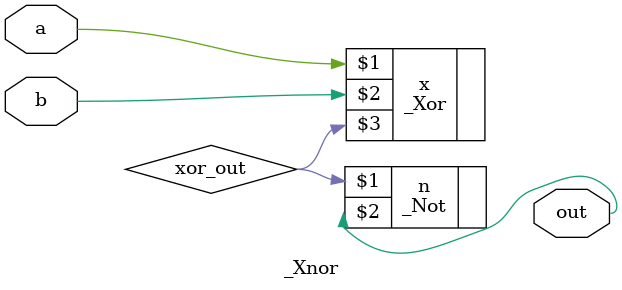
<source format=v>
module _Xnor(
    input a, b,
    output out
);
    wire xor_out;
    _Xor x(a, b, xor_out);
    _Not n(xor_out, out);
endmodule
</source>
